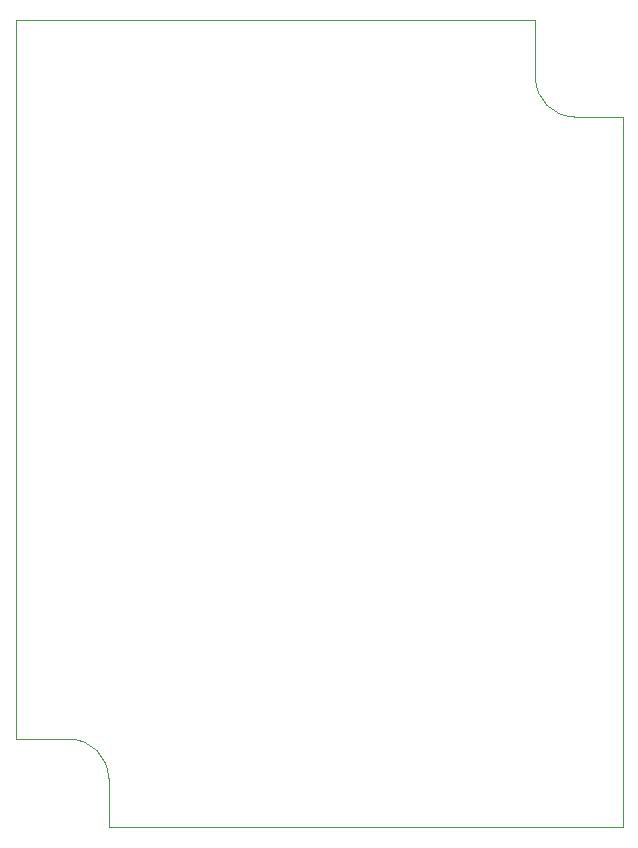
<source format=gm1>
%TF.GenerationSoftware,KiCad,Pcbnew,7.0.1*%
%TF.CreationDate,2023-05-02T23:50:36+02:00*%
%TF.ProjectId,espilepsy,65737069-6c65-4707-9379-2e6b69636164,rev?*%
%TF.SameCoordinates,Original*%
%TF.FileFunction,Profile,NP*%
%FSLAX46Y46*%
G04 Gerber Fmt 4.6, Leading zero omitted, Abs format (unit mm)*
G04 Created by KiCad (PCBNEW 7.0.1) date 2023-05-02 23:50:36*
%MOMM*%
%LPD*%
G01*
G04 APERTURE LIST*
%TA.AperFunction,Profile*%
%ADD10C,0.100000*%
%TD*%
G04 APERTURE END LIST*
D10*
X93750000Y-57200000D02*
X97850000Y-57200000D01*
X51000000Y-109900000D02*
X46450000Y-109900000D01*
X97850000Y-57200000D02*
X97850000Y-117348000D01*
X90450000Y-53900000D02*
G75*
G03*
X93750000Y-57200000I3300000J0D01*
G01*
X46450000Y-109900000D02*
X46450000Y-49022000D01*
X54300000Y-113200000D02*
X54300000Y-117348000D01*
X90450000Y-53900000D02*
X90450000Y-49022000D01*
X54300000Y-117348000D02*
X97850000Y-117348000D01*
X54300000Y-113200000D02*
G75*
G03*
X51000000Y-109900000I-3300000J0D01*
G01*
X46450000Y-49022000D02*
X90450000Y-49022000D01*
M02*

</source>
